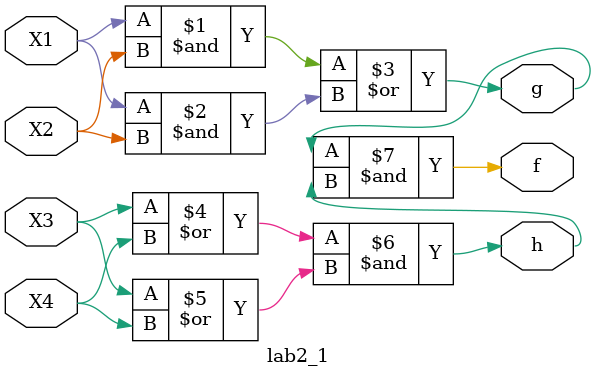
<source format=v>
module lab2_1(
	input X1,X2,X3,X4,
	output f,g,h
);
	assign g = (X1&X2)|(X1&X2);
	assign h = (X3|X4)&(X3|X4);
	assign f = g&h;

endmodule

</source>
